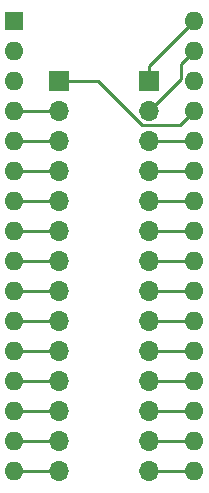
<source format=gbl>
G04 #@! TF.GenerationSoftware,KiCad,Pcbnew,(5.1.9)-1*
G04 #@! TF.CreationDate,2021-11-21T23:00:05-05:00*
G04 #@! TF.ProjectId,sst39-32,73737433-392d-4333-922e-6b696361645f,rev?*
G04 #@! TF.SameCoordinates,Original*
G04 #@! TF.FileFunction,Copper,L2,Bot*
G04 #@! TF.FilePolarity,Positive*
%FSLAX46Y46*%
G04 Gerber Fmt 4.6, Leading zero omitted, Abs format (unit mm)*
G04 Created by KiCad (PCBNEW (5.1.9)-1) date 2021-11-21 23:00:06*
%MOMM*%
%LPD*%
G01*
G04 APERTURE LIST*
G04 #@! TA.AperFunction,ComponentPad*
%ADD10O,1.600000X1.600000*%
G04 #@! TD*
G04 #@! TA.AperFunction,ComponentPad*
%ADD11R,1.600000X1.600000*%
G04 #@! TD*
G04 #@! TA.AperFunction,ComponentPad*
%ADD12O,1.700000X1.700000*%
G04 #@! TD*
G04 #@! TA.AperFunction,ComponentPad*
%ADD13R,1.700000X1.700000*%
G04 #@! TD*
G04 #@! TA.AperFunction,Conductor*
%ADD14C,0.250000*%
G04 #@! TD*
G04 APERTURE END LIST*
D10*
X93290000Y-62900000D03*
X78050000Y-101000000D03*
X93290000Y-65440000D03*
X78050000Y-98460000D03*
X93290000Y-67980000D03*
X78050000Y-95920000D03*
X93290000Y-70520000D03*
X78050000Y-93380000D03*
X93290000Y-73060000D03*
X78050000Y-90840000D03*
X93290000Y-75600000D03*
X78050000Y-88300000D03*
X93290000Y-78140000D03*
X78050000Y-85760000D03*
X93290000Y-80680000D03*
X78050000Y-83220000D03*
X93290000Y-83220000D03*
X78050000Y-80680000D03*
X93290000Y-85760000D03*
X78050000Y-78140000D03*
X93290000Y-88300000D03*
X78050000Y-75600000D03*
X93290000Y-90840000D03*
X78050000Y-73060000D03*
X93290000Y-93380000D03*
X78050000Y-70520000D03*
X93290000Y-95920000D03*
X78050000Y-67980000D03*
X93290000Y-98460000D03*
X78050000Y-65440000D03*
X93290000Y-101000000D03*
D11*
X78050000Y-62900000D03*
D12*
X89460000Y-101020000D03*
X89460000Y-98480000D03*
X89460000Y-95940000D03*
X89460000Y-93400000D03*
X89460000Y-90860000D03*
X89460000Y-88320000D03*
X89460000Y-85780000D03*
X89460000Y-83240000D03*
X89460000Y-80700000D03*
X89460000Y-78160000D03*
X89460000Y-75620000D03*
X89460000Y-73080000D03*
X89460000Y-70540000D03*
D13*
X89460000Y-68000000D03*
D12*
X81850000Y-101020000D03*
X81850000Y-98480000D03*
X81850000Y-95940000D03*
X81850000Y-93400000D03*
X81850000Y-90860000D03*
X81850000Y-88320000D03*
X81850000Y-85780000D03*
X81850000Y-83240000D03*
X81850000Y-80700000D03*
X81850000Y-78160000D03*
X81850000Y-75620000D03*
X81850000Y-73080000D03*
X81850000Y-70540000D03*
D13*
X81850000Y-68000000D03*
D14*
X78070000Y-101020000D02*
X78050000Y-101000000D01*
X81850000Y-101020000D02*
X78070000Y-101020000D01*
X81830000Y-98460000D02*
X81850000Y-98480000D01*
X78050000Y-98460000D02*
X81830000Y-98460000D01*
X81830000Y-95920000D02*
X81850000Y-95940000D01*
X78050000Y-95920000D02*
X81830000Y-95920000D01*
X81830000Y-93380000D02*
X81850000Y-93400000D01*
X78050000Y-93380000D02*
X81830000Y-93380000D01*
X81830000Y-90840000D02*
X81850000Y-90860000D01*
X78050000Y-90840000D02*
X81830000Y-90840000D01*
X81830000Y-88300000D02*
X81850000Y-88320000D01*
X78050000Y-88300000D02*
X81830000Y-88300000D01*
X81830000Y-85760000D02*
X81850000Y-85780000D01*
X78050000Y-85760000D02*
X81830000Y-85760000D01*
X81830000Y-83220000D02*
X81850000Y-83240000D01*
X78050000Y-83220000D02*
X81830000Y-83220000D01*
X81830000Y-80680000D02*
X81850000Y-80700000D01*
X78050000Y-80680000D02*
X81830000Y-80680000D01*
X81830000Y-78140000D02*
X81850000Y-78160000D01*
X78050000Y-78140000D02*
X81830000Y-78140000D01*
X81830000Y-75600000D02*
X81850000Y-75620000D01*
X78050000Y-75600000D02*
X81830000Y-75600000D01*
X81830000Y-73060000D02*
X81850000Y-73080000D01*
X78050000Y-73060000D02*
X81830000Y-73060000D01*
X78070000Y-70540000D02*
X78050000Y-70520000D01*
X81850000Y-70540000D02*
X78070000Y-70540000D01*
X88875001Y-71715001D02*
X92094999Y-71715001D01*
X92094999Y-71715001D02*
X93290000Y-70520000D01*
X85160000Y-68000000D02*
X88875001Y-71715001D01*
X81850000Y-68000000D02*
X85160000Y-68000000D01*
X93270000Y-101020000D02*
X93290000Y-101000000D01*
X89460000Y-101020000D02*
X93270000Y-101020000D01*
X93270000Y-98480000D02*
X93290000Y-98460000D01*
X89460000Y-98480000D02*
X93270000Y-98480000D01*
X93270000Y-95940000D02*
X93290000Y-95920000D01*
X89460000Y-95940000D02*
X93270000Y-95940000D01*
X93270000Y-93400000D02*
X93290000Y-93380000D01*
X89460000Y-93400000D02*
X93270000Y-93400000D01*
X93270000Y-90860000D02*
X93290000Y-90840000D01*
X89460000Y-90860000D02*
X93270000Y-90860000D01*
X93270000Y-88320000D02*
X93290000Y-88300000D01*
X89460000Y-88320000D02*
X93270000Y-88320000D01*
X93270000Y-85780000D02*
X93290000Y-85760000D01*
X89460000Y-85780000D02*
X93270000Y-85780000D01*
X93270000Y-83240000D02*
X93290000Y-83220000D01*
X89460000Y-83240000D02*
X93270000Y-83240000D01*
X93270000Y-80700000D02*
X93290000Y-80680000D01*
X89460000Y-80700000D02*
X93270000Y-80700000D01*
X93270000Y-78160000D02*
X93290000Y-78140000D01*
X89460000Y-78160000D02*
X93270000Y-78160000D01*
X93270000Y-75620000D02*
X93290000Y-75600000D01*
X89460000Y-75620000D02*
X93270000Y-75620000D01*
X89480000Y-73060000D02*
X89460000Y-73080000D01*
X93290000Y-73060000D02*
X89480000Y-73060000D01*
X92164999Y-67835001D02*
X89460000Y-70540000D01*
X92164999Y-66565001D02*
X92164999Y-67835001D01*
X93290000Y-65440000D02*
X92164999Y-66565001D01*
X89460000Y-66730000D02*
X89460000Y-68000000D01*
X93290000Y-62900000D02*
X89460000Y-66730000D01*
M02*

</source>
